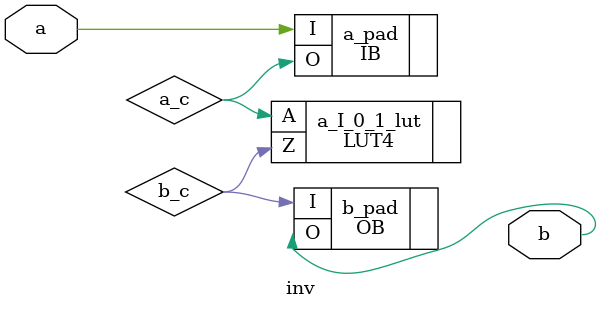
<source format=v>

module inv (b, a) /* synthesis syn_module_defined=1 */ ;   // c:/fpgaprojects/inversor/inversor.v(1[8:11])
    output b;   // c:/fpgaprojects/inversor/inversor.v(2[9:10])
    input a;   // c:/fpgaprojects/inversor/inversor.v(3[8:9])
    
    
    wire b_c, a_c, VCC_net, GND_net;
    
    VHI i20 (.Z(VCC_net));
    VLO i25 (.Z(GND_net));
    OB b_pad (.I(b_c), .O(b));   // c:/fpgaprojects/inversor/inversor.v(2[9:10])
    IB a_pad (.I(a), .O(a_c));   // c:/fpgaprojects/inversor/inversor.v(3[8:9])
    GSR GSR_INST (.GSR(VCC_net));
    PUR PUR_INST (.PUR(VCC_net));
    defparam PUR_INST.RST_PULSE = 1;
    LUT4 a_I_0_1_lut (.A(a_c), .Z(b_c)) /* synthesis lut_function=(!(A)) */ ;   // c:/fpgaprojects/inversor/inversor.v(5[12:14])
    defparam a_I_0_1_lut.init = 16'h5555;
    
endmodule
//
// Verilog Description of module PUR
// module not written out since it is a black-box. 
//


</source>
